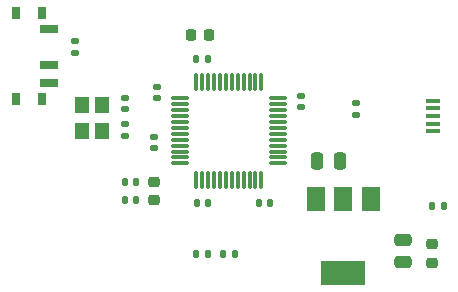
<source format=gbr>
%TF.GenerationSoftware,KiCad,Pcbnew,(6.0.1)*%
%TF.CreationDate,2022-02-23T01:52:35+01:00*%
%TF.ProjectId,stm32myPill,73746d33-326d-4795-9069-6c6c2e6b6963,rev?*%
%TF.SameCoordinates,Original*%
%TF.FileFunction,Paste,Top*%
%TF.FilePolarity,Positive*%
%FSLAX46Y46*%
G04 Gerber Fmt 4.6, Leading zero omitted, Abs format (unit mm)*
G04 Created by KiCad (PCBNEW (6.0.1)) date 2022-02-23 01:52:35*
%MOMM*%
%LPD*%
G01*
G04 APERTURE LIST*
G04 Aperture macros list*
%AMRoundRect*
0 Rectangle with rounded corners*
0 $1 Rounding radius*
0 $2 $3 $4 $5 $6 $7 $8 $9 X,Y pos of 4 corners*
0 Add a 4 corners polygon primitive as box body*
4,1,4,$2,$3,$4,$5,$6,$7,$8,$9,$2,$3,0*
0 Add four circle primitives for the rounded corners*
1,1,$1+$1,$2,$3*
1,1,$1+$1,$4,$5*
1,1,$1+$1,$6,$7*
1,1,$1+$1,$8,$9*
0 Add four rect primitives between the rounded corners*
20,1,$1+$1,$2,$3,$4,$5,0*
20,1,$1+$1,$4,$5,$6,$7,0*
20,1,$1+$1,$6,$7,$8,$9,0*
20,1,$1+$1,$8,$9,$2,$3,0*%
G04 Aperture macros list end*
%ADD10R,1.500000X2.000000*%
%ADD11R,3.800000X2.000000*%
%ADD12RoundRect,0.140000X0.140000X0.170000X-0.140000X0.170000X-0.140000X-0.170000X0.140000X-0.170000X0*%
%ADD13R,1.300000X0.450000*%
%ADD14RoundRect,0.140000X0.170000X-0.140000X0.170000X0.140000X-0.170000X0.140000X-0.170000X-0.140000X0*%
%ADD15RoundRect,0.140000X-0.140000X-0.170000X0.140000X-0.170000X0.140000X0.170000X-0.140000X0.170000X0*%
%ADD16R,0.800000X1.000000*%
%ADD17R,1.500000X0.700000*%
%ADD18RoundRect,0.250000X0.475000X-0.250000X0.475000X0.250000X-0.475000X0.250000X-0.475000X-0.250000X0*%
%ADD19RoundRect,0.218750X-0.256250X0.218750X-0.256250X-0.218750X0.256250X-0.218750X0.256250X0.218750X0*%
%ADD20RoundRect,0.075000X-0.662500X-0.075000X0.662500X-0.075000X0.662500X0.075000X-0.662500X0.075000X0*%
%ADD21RoundRect,0.075000X-0.075000X-0.662500X0.075000X-0.662500X0.075000X0.662500X-0.075000X0.662500X0*%
%ADD22RoundRect,0.135000X-0.185000X0.135000X-0.185000X-0.135000X0.185000X-0.135000X0.185000X0.135000X0*%
%ADD23RoundRect,0.250000X-0.250000X-0.475000X0.250000X-0.475000X0.250000X0.475000X-0.250000X0.475000X0*%
%ADD24RoundRect,0.135000X0.135000X0.185000X-0.135000X0.185000X-0.135000X-0.185000X0.135000X-0.185000X0*%
%ADD25RoundRect,0.225000X-0.225000X-0.250000X0.225000X-0.250000X0.225000X0.250000X-0.225000X0.250000X0*%
%ADD26R,1.200000X1.400000*%
%ADD27RoundRect,0.135000X0.185000X-0.135000X0.185000X0.135000X-0.185000X0.135000X-0.185000X-0.135000X0*%
%ADD28RoundRect,0.140000X-0.170000X0.140000X-0.170000X-0.140000X0.170000X-0.140000X0.170000X0.140000X0*%
%ADD29RoundRect,0.135000X-0.135000X-0.185000X0.135000X-0.185000X0.135000X0.185000X-0.135000X0.185000X0*%
G04 APERTURE END LIST*
D10*
%TO.C,U1*%
X109996000Y-85750000D03*
X107696000Y-85750000D03*
D11*
X107696000Y-92050000D03*
D10*
X105396000Y-85750000D03*
%TD*%
D12*
%TO.C,C6*%
X101480000Y-86106000D03*
X100520000Y-86106000D03*
%TD*%
D13*
%TO.C,J1*%
X115245000Y-80045000D03*
X115245000Y-79395000D03*
X115245000Y-78745000D03*
X115245000Y-78095000D03*
X115245000Y-77445000D03*
%TD*%
D14*
%TO.C,C4*%
X91948000Y-77216000D03*
X91948000Y-76256000D03*
%TD*%
D15*
%TO.C,C11*%
X95278000Y-86106000D03*
X96238000Y-86106000D03*
%TD*%
D16*
%TO.C,SW1*%
X82154000Y-77310000D03*
X79944000Y-77310000D03*
X79944000Y-70010000D03*
X82154000Y-70010000D03*
D17*
X82804000Y-71410000D03*
X82804000Y-74410000D03*
X82804000Y-75910000D03*
%TD*%
D12*
%TO.C,C9*%
X90142000Y-84328000D03*
X89182000Y-84328000D03*
%TD*%
D18*
%TO.C,C2*%
X112776000Y-91120000D03*
X112776000Y-89220000D03*
%TD*%
D19*
%TO.C,D1*%
X115200000Y-89612500D03*
X115200000Y-91187500D03*
%TD*%
D12*
%TO.C,C10*%
X90142000Y-85852000D03*
X89182000Y-85852000D03*
%TD*%
D20*
%TO.C,U2*%
X93837500Y-77250000D03*
X93837500Y-77750000D03*
X93837500Y-78250000D03*
X93837500Y-78750000D03*
X93837500Y-79250000D03*
X93837500Y-79750000D03*
X93837500Y-80250000D03*
X93837500Y-80750000D03*
X93837500Y-81250000D03*
X93837500Y-81750000D03*
X93837500Y-82250000D03*
X93837500Y-82750000D03*
D21*
X95250000Y-84162500D03*
X95750000Y-84162500D03*
X96250000Y-84162500D03*
X96750000Y-84162500D03*
X97250000Y-84162500D03*
X97750000Y-84162500D03*
X98250000Y-84162500D03*
X98750000Y-84162500D03*
X99250000Y-84162500D03*
X99750000Y-84162500D03*
X100250000Y-84162500D03*
X100750000Y-84162500D03*
D20*
X102162500Y-82750000D03*
X102162500Y-82250000D03*
X102162500Y-81750000D03*
X102162500Y-81250000D03*
X102162500Y-80750000D03*
X102162500Y-80250000D03*
X102162500Y-79750000D03*
X102162500Y-79250000D03*
X102162500Y-78750000D03*
X102162500Y-78250000D03*
X102162500Y-77750000D03*
X102162500Y-77250000D03*
D21*
X100750000Y-75837500D03*
X100250000Y-75837500D03*
X99750000Y-75837500D03*
X99250000Y-75837500D03*
X98750000Y-75837500D03*
X98250000Y-75837500D03*
X97750000Y-75837500D03*
X97250000Y-75837500D03*
X96750000Y-75837500D03*
X96250000Y-75837500D03*
X95750000Y-75837500D03*
X95250000Y-75837500D03*
%TD*%
D22*
%TO.C,R3*%
X108800000Y-77630000D03*
X108800000Y-78650000D03*
%TD*%
D23*
%TO.C,C1*%
X105476000Y-82550000D03*
X107376000Y-82550000D03*
%TD*%
D14*
%TO.C,C12*%
X89194000Y-78138000D03*
X89194000Y-77178000D03*
%TD*%
D24*
%TO.C,R1*%
X116200000Y-86360000D03*
X115180000Y-86360000D03*
%TD*%
D25*
%TO.C,C3*%
X94800000Y-71882000D03*
X96350000Y-71882000D03*
%TD*%
D26*
%TO.C,Y1*%
X85550000Y-77800000D03*
X85550000Y-80000000D03*
X87250000Y-80000000D03*
X87250000Y-77800000D03*
%TD*%
D27*
%TO.C,R2*%
X85000000Y-73420000D03*
X85000000Y-72400000D03*
%TD*%
D24*
%TO.C,R4*%
X96224000Y-90416000D03*
X95204000Y-90416000D03*
%TD*%
D14*
%TO.C,C8*%
X91694000Y-81480000D03*
X91694000Y-80520000D03*
%TD*%
D28*
%TO.C,C7*%
X104140000Y-77020000D03*
X104140000Y-77980000D03*
%TD*%
D19*
%TO.C,FB1*%
X91694000Y-84302500D03*
X91694000Y-85877500D03*
%TD*%
D29*
%TO.C,R5*%
X97490000Y-90416000D03*
X98510000Y-90416000D03*
%TD*%
D14*
%TO.C,C13*%
X89194000Y-80396000D03*
X89194000Y-79436000D03*
%TD*%
D15*
%TO.C,C5*%
X95250000Y-73914000D03*
X96210000Y-73914000D03*
%TD*%
M02*

</source>
